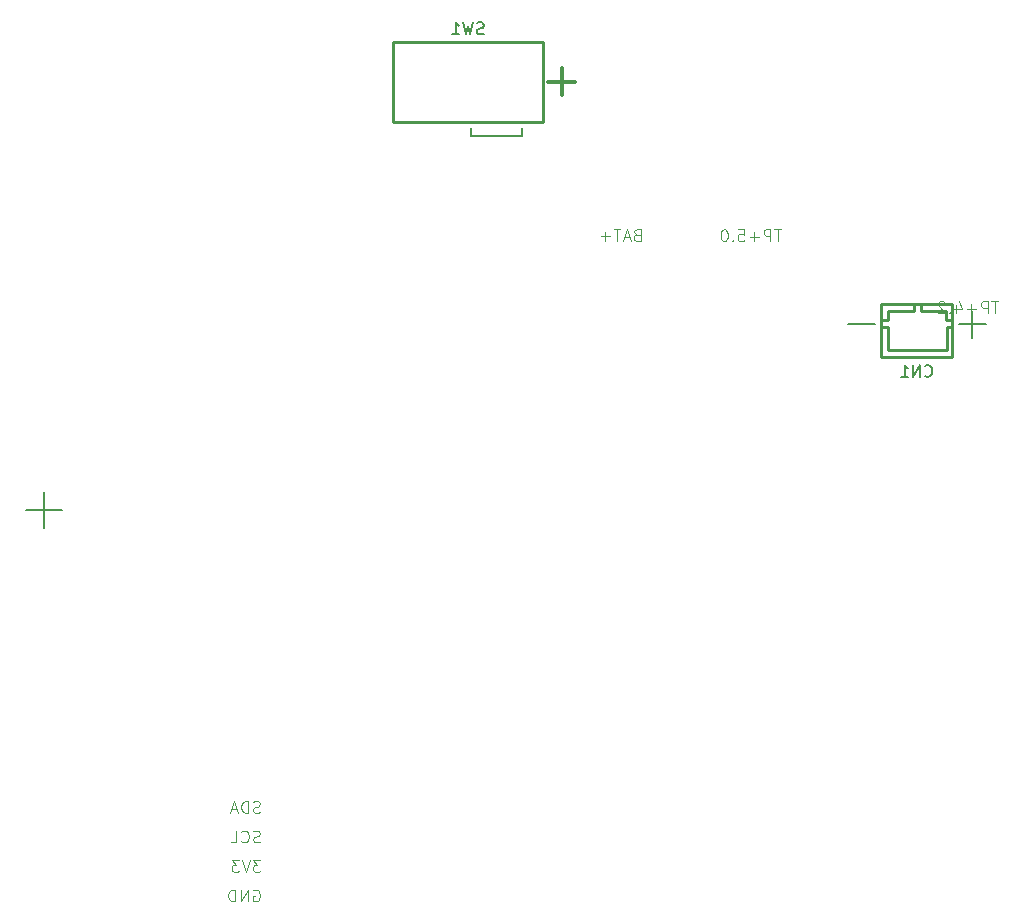
<source format=gbr>
%TF.GenerationSoftware,KiCad,Pcbnew,9.0.6-9.0.6~ubuntu24.04.1*%
%TF.CreationDate,2025-12-17T14:29:43+07:00*%
%TF.ProjectId,esp32s3-gnss-base-station,65737033-3273-4332-9d67-6e73732d6261,0.1*%
%TF.SameCoordinates,Original*%
%TF.FileFunction,Legend,Bot*%
%TF.FilePolarity,Positive*%
%FSLAX46Y46*%
G04 Gerber Fmt 4.6, Leading zero omitted, Abs format (unit mm)*
G04 Created by KiCad (PCBNEW 9.0.6-9.0.6~ubuntu24.04.1) date 2025-12-17 14:29:43*
%MOMM*%
%LPD*%
G01*
G04 APERTURE LIST*
%ADD10C,0.300000*%
%ADD11C,0.200000*%
%ADD12C,0.100000*%
%ADD13C,0.125000*%
%ADD14C,0.150000*%
%ADD15C,0.250000*%
%ADD16C,1.800000*%
%ADD17C,2.000000*%
%ADD18C,5.000000*%
%ADD19C,1.000000*%
%ADD20C,1.200000*%
%ADD21C,1.700000*%
%ADD22R,1.700000X1.700000*%
%ADD23C,0.550000*%
%ADD24O,2.000000X3.000000*%
%ADD25C,1.600000*%
G04 APERTURE END LIST*
D10*
X109088346Y-59474400D02*
X106802632Y-59474400D01*
X107945489Y-60617257D02*
X107945489Y-58331542D01*
D11*
X64073733Y-97266041D02*
X64073733Y-94218422D01*
X62549923Y-95742231D02*
X65597542Y-95742231D01*
D12*
X82391352Y-123824800D02*
X82248495Y-123872419D01*
X82248495Y-123872419D02*
X82010400Y-123872419D01*
X82010400Y-123872419D02*
X81915162Y-123824800D01*
X81915162Y-123824800D02*
X81867543Y-123777180D01*
X81867543Y-123777180D02*
X81819924Y-123681942D01*
X81819924Y-123681942D02*
X81819924Y-123586704D01*
X81819924Y-123586704D02*
X81867543Y-123491466D01*
X81867543Y-123491466D02*
X81915162Y-123443847D01*
X81915162Y-123443847D02*
X82010400Y-123396228D01*
X82010400Y-123396228D02*
X82200876Y-123348609D01*
X82200876Y-123348609D02*
X82296114Y-123300990D01*
X82296114Y-123300990D02*
X82343733Y-123253371D01*
X82343733Y-123253371D02*
X82391352Y-123158133D01*
X82391352Y-123158133D02*
X82391352Y-123062895D01*
X82391352Y-123062895D02*
X82343733Y-122967657D01*
X82343733Y-122967657D02*
X82296114Y-122920038D01*
X82296114Y-122920038D02*
X82200876Y-122872419D01*
X82200876Y-122872419D02*
X81962781Y-122872419D01*
X81962781Y-122872419D02*
X81819924Y-122920038D01*
X80819924Y-123777180D02*
X80867543Y-123824800D01*
X80867543Y-123824800D02*
X81010400Y-123872419D01*
X81010400Y-123872419D02*
X81105638Y-123872419D01*
X81105638Y-123872419D02*
X81248495Y-123824800D01*
X81248495Y-123824800D02*
X81343733Y-123729561D01*
X81343733Y-123729561D02*
X81391352Y-123634323D01*
X81391352Y-123634323D02*
X81438971Y-123443847D01*
X81438971Y-123443847D02*
X81438971Y-123300990D01*
X81438971Y-123300990D02*
X81391352Y-123110514D01*
X81391352Y-123110514D02*
X81343733Y-123015276D01*
X81343733Y-123015276D02*
X81248495Y-122920038D01*
X81248495Y-122920038D02*
X81105638Y-122872419D01*
X81105638Y-122872419D02*
X81010400Y-122872419D01*
X81010400Y-122872419D02*
X80867543Y-122920038D01*
X80867543Y-122920038D02*
X80819924Y-122967657D01*
X79915162Y-123872419D02*
X80391352Y-123872419D01*
X80391352Y-123872419D02*
X80391352Y-122872419D01*
D11*
X100277542Y-63396993D02*
X100277542Y-64111279D01*
X100277542Y-64111279D02*
X104563257Y-64111279D01*
X104563257Y-64111279D02*
X104563257Y-63396993D01*
D13*
X126512525Y-71971119D02*
X125941097Y-71971119D01*
X126226811Y-72971119D02*
X126226811Y-71971119D01*
X125607763Y-72971119D02*
X125607763Y-71971119D01*
X125607763Y-71971119D02*
X125226811Y-71971119D01*
X125226811Y-71971119D02*
X125131573Y-72018738D01*
X125131573Y-72018738D02*
X125083954Y-72066357D01*
X125083954Y-72066357D02*
X125036335Y-72161595D01*
X125036335Y-72161595D02*
X125036335Y-72304452D01*
X125036335Y-72304452D02*
X125083954Y-72399690D01*
X125083954Y-72399690D02*
X125131573Y-72447309D01*
X125131573Y-72447309D02*
X125226811Y-72494928D01*
X125226811Y-72494928D02*
X125607763Y-72494928D01*
X124607763Y-72590166D02*
X123845859Y-72590166D01*
X124226811Y-72971119D02*
X124226811Y-72209214D01*
X122893478Y-71971119D02*
X123369668Y-71971119D01*
X123369668Y-71971119D02*
X123417287Y-72447309D01*
X123417287Y-72447309D02*
X123369668Y-72399690D01*
X123369668Y-72399690D02*
X123274430Y-72352071D01*
X123274430Y-72352071D02*
X123036335Y-72352071D01*
X123036335Y-72352071D02*
X122941097Y-72399690D01*
X122941097Y-72399690D02*
X122893478Y-72447309D01*
X122893478Y-72447309D02*
X122845859Y-72542547D01*
X122845859Y-72542547D02*
X122845859Y-72780642D01*
X122845859Y-72780642D02*
X122893478Y-72875880D01*
X122893478Y-72875880D02*
X122941097Y-72923500D01*
X122941097Y-72923500D02*
X123036335Y-72971119D01*
X123036335Y-72971119D02*
X123274430Y-72971119D01*
X123274430Y-72971119D02*
X123369668Y-72923500D01*
X123369668Y-72923500D02*
X123417287Y-72875880D01*
X122417287Y-72875880D02*
X122369668Y-72923500D01*
X122369668Y-72923500D02*
X122417287Y-72971119D01*
X122417287Y-72971119D02*
X122464906Y-72923500D01*
X122464906Y-72923500D02*
X122417287Y-72875880D01*
X122417287Y-72875880D02*
X122417287Y-72971119D01*
X121750621Y-71971119D02*
X121655383Y-71971119D01*
X121655383Y-71971119D02*
X121560145Y-72018738D01*
X121560145Y-72018738D02*
X121512526Y-72066357D01*
X121512526Y-72066357D02*
X121464907Y-72161595D01*
X121464907Y-72161595D02*
X121417288Y-72352071D01*
X121417288Y-72352071D02*
X121417288Y-72590166D01*
X121417288Y-72590166D02*
X121464907Y-72780642D01*
X121464907Y-72780642D02*
X121512526Y-72875880D01*
X121512526Y-72875880D02*
X121560145Y-72923500D01*
X121560145Y-72923500D02*
X121655383Y-72971119D01*
X121655383Y-72971119D02*
X121750621Y-72971119D01*
X121750621Y-72971119D02*
X121845859Y-72923500D01*
X121845859Y-72923500D02*
X121893478Y-72875880D01*
X121893478Y-72875880D02*
X121941097Y-72780642D01*
X121941097Y-72780642D02*
X121988716Y-72590166D01*
X121988716Y-72590166D02*
X121988716Y-72352071D01*
X121988716Y-72352071D02*
X121941097Y-72161595D01*
X121941097Y-72161595D02*
X121893478Y-72066357D01*
X121893478Y-72066357D02*
X121845859Y-72018738D01*
X121845859Y-72018738D02*
X121750621Y-71971119D01*
D12*
X81819924Y-127920038D02*
X81915162Y-127872419D01*
X81915162Y-127872419D02*
X82058019Y-127872419D01*
X82058019Y-127872419D02*
X82200876Y-127920038D01*
X82200876Y-127920038D02*
X82296114Y-128015276D01*
X82296114Y-128015276D02*
X82343733Y-128110514D01*
X82343733Y-128110514D02*
X82391352Y-128300990D01*
X82391352Y-128300990D02*
X82391352Y-128443847D01*
X82391352Y-128443847D02*
X82343733Y-128634323D01*
X82343733Y-128634323D02*
X82296114Y-128729561D01*
X82296114Y-128729561D02*
X82200876Y-128824800D01*
X82200876Y-128824800D02*
X82058019Y-128872419D01*
X82058019Y-128872419D02*
X81962781Y-128872419D01*
X81962781Y-128872419D02*
X81819924Y-128824800D01*
X81819924Y-128824800D02*
X81772305Y-128777180D01*
X81772305Y-128777180D02*
X81772305Y-128443847D01*
X81772305Y-128443847D02*
X81962781Y-128443847D01*
X81343733Y-128872419D02*
X81343733Y-127872419D01*
X81343733Y-127872419D02*
X80772305Y-128872419D01*
X80772305Y-128872419D02*
X80772305Y-127872419D01*
X80296114Y-128872419D02*
X80296114Y-127872419D01*
X80296114Y-127872419D02*
X80058019Y-127872419D01*
X80058019Y-127872419D02*
X79915162Y-127920038D01*
X79915162Y-127920038D02*
X79819924Y-128015276D01*
X79819924Y-128015276D02*
X79772305Y-128110514D01*
X79772305Y-128110514D02*
X79724686Y-128300990D01*
X79724686Y-128300990D02*
X79724686Y-128443847D01*
X79724686Y-128443847D02*
X79772305Y-128634323D01*
X79772305Y-128634323D02*
X79819924Y-128729561D01*
X79819924Y-128729561D02*
X79915162Y-128824800D01*
X79915162Y-128824800D02*
X80058019Y-128872419D01*
X80058019Y-128872419D02*
X80296114Y-128872419D01*
D13*
X144902525Y-78071119D02*
X144331097Y-78071119D01*
X144616811Y-79071119D02*
X144616811Y-78071119D01*
X143997763Y-79071119D02*
X143997763Y-78071119D01*
X143997763Y-78071119D02*
X143616811Y-78071119D01*
X143616811Y-78071119D02*
X143521573Y-78118738D01*
X143521573Y-78118738D02*
X143473954Y-78166357D01*
X143473954Y-78166357D02*
X143426335Y-78261595D01*
X143426335Y-78261595D02*
X143426335Y-78404452D01*
X143426335Y-78404452D02*
X143473954Y-78499690D01*
X143473954Y-78499690D02*
X143521573Y-78547309D01*
X143521573Y-78547309D02*
X143616811Y-78594928D01*
X143616811Y-78594928D02*
X143997763Y-78594928D01*
X142997763Y-78690166D02*
X142235859Y-78690166D01*
X142616811Y-79071119D02*
X142616811Y-78309214D01*
X141331097Y-78404452D02*
X141331097Y-79071119D01*
X141569192Y-78023500D02*
X141807287Y-78737785D01*
X141807287Y-78737785D02*
X141188240Y-78737785D01*
X140807287Y-78975880D02*
X140759668Y-79023500D01*
X140759668Y-79023500D02*
X140807287Y-79071119D01*
X140807287Y-79071119D02*
X140854906Y-79023500D01*
X140854906Y-79023500D02*
X140807287Y-78975880D01*
X140807287Y-78975880D02*
X140807287Y-79071119D01*
X140378716Y-78166357D02*
X140331097Y-78118738D01*
X140331097Y-78118738D02*
X140235859Y-78071119D01*
X140235859Y-78071119D02*
X139997764Y-78071119D01*
X139997764Y-78071119D02*
X139902526Y-78118738D01*
X139902526Y-78118738D02*
X139854907Y-78166357D01*
X139854907Y-78166357D02*
X139807288Y-78261595D01*
X139807288Y-78261595D02*
X139807288Y-78356833D01*
X139807288Y-78356833D02*
X139854907Y-78499690D01*
X139854907Y-78499690D02*
X140426335Y-79071119D01*
X140426335Y-79071119D02*
X139807288Y-79071119D01*
D12*
X82391352Y-121324800D02*
X82248495Y-121372419D01*
X82248495Y-121372419D02*
X82010400Y-121372419D01*
X82010400Y-121372419D02*
X81915162Y-121324800D01*
X81915162Y-121324800D02*
X81867543Y-121277180D01*
X81867543Y-121277180D02*
X81819924Y-121181942D01*
X81819924Y-121181942D02*
X81819924Y-121086704D01*
X81819924Y-121086704D02*
X81867543Y-120991466D01*
X81867543Y-120991466D02*
X81915162Y-120943847D01*
X81915162Y-120943847D02*
X82010400Y-120896228D01*
X82010400Y-120896228D02*
X82200876Y-120848609D01*
X82200876Y-120848609D02*
X82296114Y-120800990D01*
X82296114Y-120800990D02*
X82343733Y-120753371D01*
X82343733Y-120753371D02*
X82391352Y-120658133D01*
X82391352Y-120658133D02*
X82391352Y-120562895D01*
X82391352Y-120562895D02*
X82343733Y-120467657D01*
X82343733Y-120467657D02*
X82296114Y-120420038D01*
X82296114Y-120420038D02*
X82200876Y-120372419D01*
X82200876Y-120372419D02*
X81962781Y-120372419D01*
X81962781Y-120372419D02*
X81819924Y-120420038D01*
X81391352Y-121372419D02*
X81391352Y-120372419D01*
X81391352Y-120372419D02*
X81153257Y-120372419D01*
X81153257Y-120372419D02*
X81010400Y-120420038D01*
X81010400Y-120420038D02*
X80915162Y-120515276D01*
X80915162Y-120515276D02*
X80867543Y-120610514D01*
X80867543Y-120610514D02*
X80819924Y-120800990D01*
X80819924Y-120800990D02*
X80819924Y-120943847D01*
X80819924Y-120943847D02*
X80867543Y-121134323D01*
X80867543Y-121134323D02*
X80915162Y-121229561D01*
X80915162Y-121229561D02*
X81010400Y-121324800D01*
X81010400Y-121324800D02*
X81153257Y-121372419D01*
X81153257Y-121372419D02*
X81391352Y-121372419D01*
X80438971Y-121086704D02*
X79962781Y-121086704D01*
X80534209Y-121372419D02*
X80200876Y-120372419D01*
X80200876Y-120372419D02*
X79867543Y-121372419D01*
D13*
X114296335Y-72417309D02*
X114153478Y-72464928D01*
X114153478Y-72464928D02*
X114105859Y-72512547D01*
X114105859Y-72512547D02*
X114058240Y-72607785D01*
X114058240Y-72607785D02*
X114058240Y-72750642D01*
X114058240Y-72750642D02*
X114105859Y-72845880D01*
X114105859Y-72845880D02*
X114153478Y-72893500D01*
X114153478Y-72893500D02*
X114248716Y-72941119D01*
X114248716Y-72941119D02*
X114629668Y-72941119D01*
X114629668Y-72941119D02*
X114629668Y-71941119D01*
X114629668Y-71941119D02*
X114296335Y-71941119D01*
X114296335Y-71941119D02*
X114201097Y-71988738D01*
X114201097Y-71988738D02*
X114153478Y-72036357D01*
X114153478Y-72036357D02*
X114105859Y-72131595D01*
X114105859Y-72131595D02*
X114105859Y-72226833D01*
X114105859Y-72226833D02*
X114153478Y-72322071D01*
X114153478Y-72322071D02*
X114201097Y-72369690D01*
X114201097Y-72369690D02*
X114296335Y-72417309D01*
X114296335Y-72417309D02*
X114629668Y-72417309D01*
X113677287Y-72655404D02*
X113201097Y-72655404D01*
X113772525Y-72941119D02*
X113439192Y-71941119D01*
X113439192Y-71941119D02*
X113105859Y-72941119D01*
X112915382Y-71941119D02*
X112343954Y-71941119D01*
X112629668Y-72941119D02*
X112629668Y-71941119D01*
X112010620Y-72560166D02*
X111248716Y-72560166D01*
X111629668Y-72941119D02*
X111629668Y-72179214D01*
D12*
X82438971Y-125372419D02*
X81819924Y-125372419D01*
X81819924Y-125372419D02*
X82153257Y-125753371D01*
X82153257Y-125753371D02*
X82010400Y-125753371D01*
X82010400Y-125753371D02*
X81915162Y-125800990D01*
X81915162Y-125800990D02*
X81867543Y-125848609D01*
X81867543Y-125848609D02*
X81819924Y-125943847D01*
X81819924Y-125943847D02*
X81819924Y-126181942D01*
X81819924Y-126181942D02*
X81867543Y-126277180D01*
X81867543Y-126277180D02*
X81915162Y-126324800D01*
X81915162Y-126324800D02*
X82010400Y-126372419D01*
X82010400Y-126372419D02*
X82296114Y-126372419D01*
X82296114Y-126372419D02*
X82391352Y-126324800D01*
X82391352Y-126324800D02*
X82438971Y-126277180D01*
X81534209Y-125372419D02*
X81200876Y-126372419D01*
X81200876Y-126372419D02*
X80867543Y-125372419D01*
X80629447Y-125372419D02*
X80010400Y-125372419D01*
X80010400Y-125372419D02*
X80343733Y-125753371D01*
X80343733Y-125753371D02*
X80200876Y-125753371D01*
X80200876Y-125753371D02*
X80105638Y-125800990D01*
X80105638Y-125800990D02*
X80058019Y-125848609D01*
X80058019Y-125848609D02*
X80010400Y-125943847D01*
X80010400Y-125943847D02*
X80010400Y-126181942D01*
X80010400Y-126181942D02*
X80058019Y-126277180D01*
X80058019Y-126277180D02*
X80105638Y-126324800D01*
X80105638Y-126324800D02*
X80200876Y-126372419D01*
X80200876Y-126372419D02*
X80486590Y-126372419D01*
X80486590Y-126372419D02*
X80581828Y-126324800D01*
X80581828Y-126324800D02*
X80629447Y-126277180D01*
D14*
X101333332Y-55407200D02*
X101190475Y-55454819D01*
X101190475Y-55454819D02*
X100952380Y-55454819D01*
X100952380Y-55454819D02*
X100857142Y-55407200D01*
X100857142Y-55407200D02*
X100809523Y-55359580D01*
X100809523Y-55359580D02*
X100761904Y-55264342D01*
X100761904Y-55264342D02*
X100761904Y-55169104D01*
X100761904Y-55169104D02*
X100809523Y-55073866D01*
X100809523Y-55073866D02*
X100857142Y-55026247D01*
X100857142Y-55026247D02*
X100952380Y-54978628D01*
X100952380Y-54978628D02*
X101142856Y-54931009D01*
X101142856Y-54931009D02*
X101238094Y-54883390D01*
X101238094Y-54883390D02*
X101285713Y-54835771D01*
X101285713Y-54835771D02*
X101333332Y-54740533D01*
X101333332Y-54740533D02*
X101333332Y-54645295D01*
X101333332Y-54645295D02*
X101285713Y-54550057D01*
X101285713Y-54550057D02*
X101238094Y-54502438D01*
X101238094Y-54502438D02*
X101142856Y-54454819D01*
X101142856Y-54454819D02*
X100904761Y-54454819D01*
X100904761Y-54454819D02*
X100761904Y-54502438D01*
X100428570Y-54454819D02*
X100190475Y-55454819D01*
X100190475Y-55454819D02*
X99999999Y-54740533D01*
X99999999Y-54740533D02*
X99809523Y-55454819D01*
X99809523Y-55454819D02*
X99571428Y-54454819D01*
X98666666Y-55454819D02*
X99238094Y-55454819D01*
X98952380Y-55454819D02*
X98952380Y-54454819D01*
X98952380Y-54454819D02*
X99047618Y-54597676D01*
X99047618Y-54597676D02*
X99142856Y-54692914D01*
X99142856Y-54692914D02*
X99238094Y-54740533D01*
X138690476Y-84359580D02*
X138738095Y-84407200D01*
X138738095Y-84407200D02*
X138880952Y-84454819D01*
X138880952Y-84454819D02*
X138976190Y-84454819D01*
X138976190Y-84454819D02*
X139119047Y-84407200D01*
X139119047Y-84407200D02*
X139214285Y-84311961D01*
X139214285Y-84311961D02*
X139261904Y-84216723D01*
X139261904Y-84216723D02*
X139309523Y-84026247D01*
X139309523Y-84026247D02*
X139309523Y-83883390D01*
X139309523Y-83883390D02*
X139261904Y-83692914D01*
X139261904Y-83692914D02*
X139214285Y-83597676D01*
X139214285Y-83597676D02*
X139119047Y-83502438D01*
X139119047Y-83502438D02*
X138976190Y-83454819D01*
X138976190Y-83454819D02*
X138880952Y-83454819D01*
X138880952Y-83454819D02*
X138738095Y-83502438D01*
X138738095Y-83502438D02*
X138690476Y-83550057D01*
X138261904Y-84454819D02*
X138261904Y-83454819D01*
X138261904Y-83454819D02*
X137690476Y-84454819D01*
X137690476Y-84454819D02*
X137690476Y-83454819D01*
X136690476Y-84454819D02*
X137261904Y-84454819D01*
X136976190Y-84454819D02*
X136976190Y-83454819D01*
X136976190Y-83454819D02*
X137071428Y-83597676D01*
X137071428Y-83597676D02*
X137166666Y-83692914D01*
X137166666Y-83692914D02*
X137261904Y-83740533D01*
D11*
X132145863Y-80020400D02*
X134431578Y-80020400D01*
X141545863Y-80020400D02*
X143831578Y-80020400D01*
X142688720Y-78877542D02*
X142688720Y-81163257D01*
D15*
%TO.C,SW1*%
X106350000Y-62850000D02*
X106350000Y-56150000D01*
X106350000Y-56150000D02*
X93650000Y-56150000D01*
X93650000Y-62850000D02*
X106350000Y-62850000D01*
X93650000Y-56150000D02*
X93650000Y-62850000D01*
%TO.C,CN1*%
X141010000Y-79620000D02*
X140500000Y-79620000D01*
X141000000Y-82800000D02*
X141000000Y-78300000D01*
X141000000Y-78300000D02*
X135000000Y-78300000D01*
X140540000Y-82160000D02*
X140540000Y-80260000D01*
X140540000Y-80260000D02*
X140930000Y-80260000D01*
X140500000Y-79620000D02*
X140500000Y-78860000D01*
X140500000Y-78860000D02*
X138340000Y-78860000D01*
X138340000Y-78860000D02*
X138340000Y-78350000D01*
X137750000Y-78860000D02*
X137750000Y-78350000D01*
X135590000Y-82160000D02*
X140540000Y-82160000D01*
X135590000Y-80260000D02*
X135590000Y-82160000D01*
X135590000Y-79620000D02*
X135590000Y-78860000D01*
X135590000Y-78860000D02*
X137750000Y-78860000D01*
X135080000Y-80260000D02*
X135590000Y-80260000D01*
X135080000Y-79620000D02*
X135590000Y-79620000D01*
X135000000Y-82800000D02*
X141000000Y-82800000D01*
X135000000Y-78300000D02*
X135000000Y-82800000D01*
%TD*%
%LPC*%
D16*
%TO.C,U6*%
X100000000Y-100000000D03*
D17*
X102550000Y-102550000D03*
X102550000Y-97450000D03*
X97450000Y-97450000D03*
X97450000Y-102550000D03*
%TD*%
D18*
%TO.C,H1*%
X80000000Y-57000000D03*
%TD*%
%TO.C,H3*%
X138000000Y-95000000D03*
%TD*%
D19*
%TO.C,B1*%
X61000000Y-82000000D03*
D20*
X61000000Y-89500000D03*
%TD*%
D18*
%TO.C,H6*%
X54000000Y-100000000D03*
%TD*%
D21*
%TO.C,J1*%
X116960000Y-72500000D03*
D22*
X119500000Y-72500000D03*
%TD*%
D18*
%TO.C,H2*%
X108000000Y-50000000D03*
%TD*%
D21*
%TO.C,J2*%
X77600000Y-120990000D03*
X77600000Y-123530000D03*
X77600000Y-126070000D03*
D22*
X77600000Y-128610000D03*
%TD*%
D18*
%TO.C,H5*%
X80000000Y-143000000D03*
%TD*%
D23*
%TO.C,USB1*%
X149300000Y-88500000D03*
X149300000Y-92500000D03*
%TD*%
D18*
%TO.C,H4*%
X108000000Y-150000000D03*
%TD*%
D24*
%TO.C,SW1*%
X95300000Y-59500000D03*
X100000000Y-59500000D03*
X104700000Y-59500000D03*
%TD*%
D25*
%TO.C,CN1*%
X137000000Y-80000000D03*
X139000000Y-80000000D03*
%TD*%
%LPD*%
M02*

</source>
